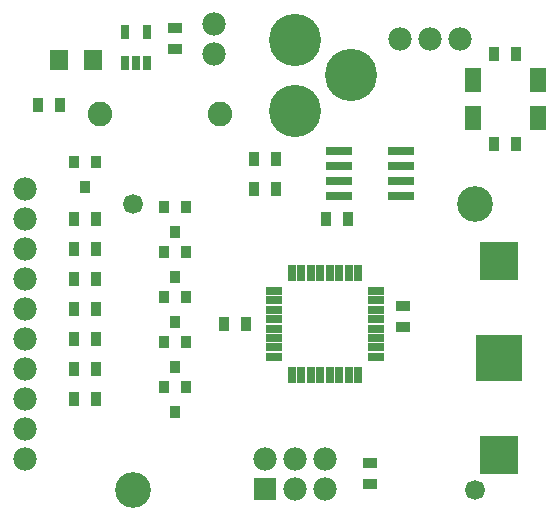
<source format=gts>
G75*
G70*
%OFA0B0*%
%FSLAX24Y24*%
%IPPOS*%
%LPD*%
%AMOC8*
5,1,8,0,0,1.08239X$1,22.5*
%
%ADD10C,0.1190*%
%ADD11C,0.0665*%
%ADD12R,0.0910X0.0280*%
%ADD13R,0.1575X0.1575*%
%ADD14R,0.1300X0.1300*%
%ADD15R,0.0355X0.0512*%
%ADD16R,0.0552X0.0788*%
%ADD17R,0.0540X0.0260*%
%ADD18R,0.0260X0.0540*%
%ADD19R,0.0512X0.0355*%
%ADD20R,0.0780X0.0780*%
%ADD21C,0.0780*%
%ADD22R,0.0257X0.0512*%
%ADD23R,0.0591X0.0670*%
%ADD24R,0.0355X0.0394*%
%ADD25C,0.1740*%
%ADD26C,0.0820*%
D10*
X005148Y001570D03*
X016554Y011101D03*
D11*
X016554Y001570D03*
X005148Y011101D03*
D12*
X012024Y011351D03*
X012024Y011851D03*
X012024Y012351D03*
X012024Y012851D03*
X014084Y012851D03*
X014084Y012351D03*
X014084Y011851D03*
X014084Y011351D03*
D13*
X017354Y005951D03*
D14*
X017354Y009179D03*
X017354Y002722D03*
D15*
X012309Y010601D03*
X011600Y010601D03*
X009909Y011601D03*
X009200Y011601D03*
X009200Y012601D03*
X009909Y012601D03*
X008909Y007101D03*
X008200Y007101D03*
X003909Y007601D03*
X003200Y007601D03*
X003200Y008601D03*
X003909Y008601D03*
X003909Y009601D03*
X003200Y009601D03*
X003200Y010601D03*
X003909Y010601D03*
X002709Y014401D03*
X002000Y014401D03*
X003200Y006601D03*
X003909Y006601D03*
X003909Y005601D03*
X003200Y005601D03*
X003200Y004601D03*
X003909Y004601D03*
X017200Y013101D03*
X017909Y013101D03*
X017909Y016101D03*
X017200Y016101D03*
D16*
X016472Y015231D03*
X016472Y013971D03*
X018637Y013971D03*
X018637Y015231D03*
D17*
X013244Y008203D03*
X013244Y007888D03*
X013244Y007573D03*
X013244Y007258D03*
X013244Y006943D03*
X013244Y006628D03*
X013244Y006313D03*
X013244Y005998D03*
X009864Y005998D03*
X009864Y006313D03*
X009864Y006628D03*
X009864Y006943D03*
X009864Y007258D03*
X009864Y007573D03*
X009864Y007888D03*
X009864Y008203D03*
D18*
X010452Y008791D03*
X010767Y008791D03*
X011082Y008791D03*
X011397Y008791D03*
X011712Y008791D03*
X012027Y008791D03*
X012342Y008791D03*
X012657Y008791D03*
X012657Y005411D03*
X012342Y005411D03*
X012027Y005411D03*
X011712Y005411D03*
X011397Y005411D03*
X011082Y005411D03*
X010767Y005411D03*
X010452Y005411D03*
D19*
X013054Y002455D03*
X013054Y001746D03*
X014154Y006996D03*
X014154Y007705D03*
X006554Y016246D03*
X006554Y016955D03*
D20*
X009554Y001601D03*
D21*
X001554Y002601D03*
X001554Y003601D03*
X001554Y004601D03*
X001554Y005601D03*
X001554Y006601D03*
X001554Y007601D03*
X001554Y008601D03*
X001554Y009601D03*
X001554Y010601D03*
X001554Y011601D03*
X007854Y016101D03*
X007854Y017101D03*
X014054Y016601D03*
X015054Y016601D03*
X016054Y016601D03*
X011554Y002601D03*
X010554Y002601D03*
X009554Y002601D03*
X010554Y001601D03*
X011554Y001601D03*
D22*
X005628Y015789D03*
X005254Y015789D03*
X004880Y015789D03*
X004880Y016813D03*
X005628Y016813D03*
D23*
X003806Y015901D03*
X002703Y015901D03*
D24*
X003180Y012494D03*
X003928Y012494D03*
X003554Y011668D03*
X006180Y010994D03*
X006928Y010994D03*
X006554Y010168D03*
X006180Y009494D03*
X006928Y009494D03*
X006554Y008668D03*
X006180Y007994D03*
X006928Y007994D03*
X006554Y007168D03*
X006180Y006494D03*
X006928Y006494D03*
X006554Y005668D03*
X006180Y004994D03*
X006928Y004994D03*
X006554Y004168D03*
D25*
X010554Y014207D03*
X012405Y015388D03*
X010554Y016569D03*
D26*
X008054Y014101D03*
X004054Y014101D03*
M02*

</source>
